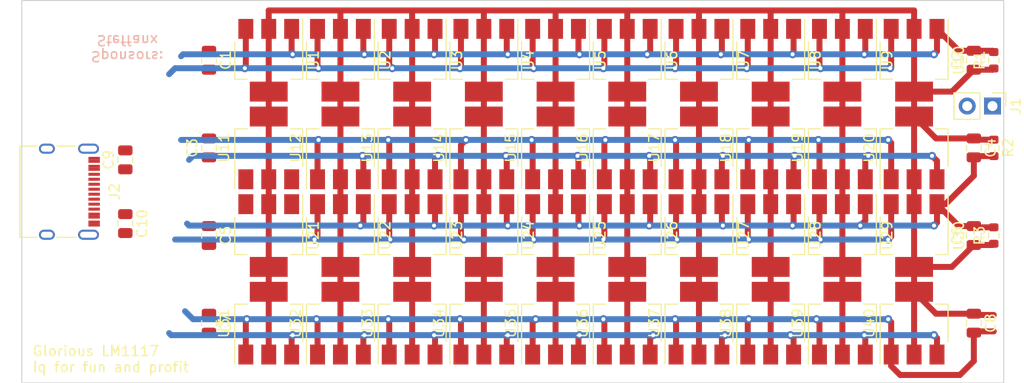
<source format=kicad_pcb>
(kicad_pcb (version 20211014) (generator pcbnew)
  (layers (0 "F.Cu" signal) (31 "B.Cu" signal) (34 "B.Paste" user) (35 "F.Paste" user) (36 "B.SilkS" user "B.Silkscreen") (37 "F.SilkS" user "F.Silkscreen") (38 "B.Mask" user) (39 "F.Mask" user) (44 "Edge.Cuts" user))
  (net 0 "")
  (net 1 "+5V")
  (net 2 "GND")
  (net 3 "+3V3")
  (net 4 "Net-(J1-Pad1)")
  (net 5 "Net-(J2-PadB5)")
  (net 11 "Net-(J2-PadA5)")
  (footprint "Package_TO_SOT_SMD:SOT-223-3_TabPin2" (layer "F.Cu") (at 171.4 97.6 -90)
    (fp_text reference "U26")
    (fp_text value "LM1117-3.3")
  )
  (footprint "Package_TO_SOT_SMD:SOT-223-3_TabPin2" (layer "F.Cu") (at 185.8 97.6 -90)
    (fp_text reference "U28")
    (fp_text value "LM1117-3.3")
  )
  (footprint "Capacitor_SMD:C_0805_2012Metric" (layer "F.Cu") (at 129.4 97.6 -90)
    (fp_text reference "C5")
    (fp_text value "22uF")
  )
  (footprint "Package_TO_SOT_SMD:SOT-223-3_TabPin2" (layer "F.Cu") (at 135.4 88.8 90)
    (fp_text reference "U11")
    (fp_text value "LM1117-3.3")
  )
  (footprint "Package_TO_SOT_SMD:SOT-223-3_TabPin2" (layer "F.Cu") (at 164.2 80 -90)
    (fp_text reference "U5")
    (fp_text value "LM1117-3.3")
  )
  (footprint "Package_TO_SOT_SMD:SOT-223-3_TabPin2" (layer "F.Cu") (at 193 88.8 90)
    (fp_text reference "U19")
    (fp_text value "LM1117-3.3")
  )
  (footprint "Package_TO_SOT_SMD:SOT-223-3_TabPin2" (layer "F.Cu") (at 178.6 106.4 90)
    (fp_text reference "U37")
    (fp_text value "LM1117-3.3")
  )
  (footprint "Package_TO_SOT_SMD:SOT-223-3_TabPin2" (layer "F.Cu") (at 164.2 97.6 -90)
    (fp_text reference "U25")
    (fp_text value "LM1117-3.3")
  )
  (footprint "Resistor_SMD:R_0603_1608Metric" (layer "F.Cu") (at 208.2 88.8 -90)
    (fp_text reference "R2")
    (fp_text value "5k1")
  )
  (footprint "Package_TO_SOT_SMD:SOT-223-3_TabPin2" (layer "F.Cu") (at 157 80 -90)
    (fp_text reference "U4")
    (fp_text value "LM1117-3.3")
  )
  (footprint "Package_TO_SOT_SMD:SOT-223-3_TabPin2" (layer "F.Cu") (at 164.2 88.8 90)
    (fp_text reference "U15")
    (fp_text value "LM1117-3.3")
  )
  (footprint "Package_TO_SOT_SMD:SOT-223-3_TabPin2" (layer "F.Cu") (at 142.6 80 -90)
    (fp_text reference "U2")
    (fp_text value "LM1117-3.3")
  )
  (footprint "Connector_USB:USB_C_Receptacle_XKB_U262-16XN-4BVC11" (layer "F.Cu") (at 114.2 93.2 -90)
    (fp_text reference "J2")
    (fp_text value "USB_C_Receptacle_USB2.0")
  )
  (footprint "Package_TO_SOT_SMD:SOT-223-3_TabPin2" (layer "F.Cu") (at 185.8 106.4 90)
    (fp_text reference "U38")
    (fp_text value "LM1117-3.3")
  )
  (footprint "Package_TO_SOT_SMD:SOT-223-3_TabPin2" (layer "F.Cu") (at 149.8 106.4 90)
    (fp_text reference "U33")
    (fp_text value "LM1117-3.3")
  )
  (footprint "Package_TO_SOT_SMD:SOT-223-3_TabPin2" (layer "F.Cu") (at 185.8 88.8 90)
    (fp_text reference "U18")
    (fp_text value "LM1117-3.3")
  )
  (footprint "Connector_PinHeader_2.54mm:PinHeader_1x02_P2.54mm_Vertical" (layer "F.Cu") (at 208.075 84.6 -90)
    (fp_text reference "J1")
    (fp_text value "Conn_01x02")
  )
  (footprint "Package_TO_SOT_SMD:SOT-223-3_TabPin2" (layer "F.Cu") (at 178.6 97.6 -90)
    (fp_text reference "U27")
    (fp_text value "LM1117-3.3")
  )
  (footprint "Package_TO_SOT_SMD:SOT-223-3_TabPin2" (layer "F.Cu") (at 149.8 88.8 90)
    (fp_text reference "U13")
    (fp_text value "LM1117-3.3")
  )
  (footprint "Package_TO_SOT_SMD:SOT-223-3_TabPin2" (layer "F.Cu") (at 200.2 88.8 90)
    (fp_text reference "U20")
    (fp_text value "LM1117-3.3")
  )
  (footprint "Package_TO_SOT_SMD:SOT-223-3_TabPin2" (layer "F.Cu") (at 171.4 88.8 90)
    (fp_text reference "U16")
    (fp_text value "LM1117-3.3")
  )
  (footprint "Package_TO_SOT_SMD:SOT-223-3_TabPin2" (layer "F.Cu") (at 149.8 97.6 -90)
    (fp_text reference "U23")
    (fp_text value "LM1117-3.3")
  )
  (footprint "Capacitor_SMD:C_0805_2012Metric" (layer "F.Cu") (at 129.4 106.4 -90)
    (fp_text reference "C7")
    (fp_text value "22uF")
  )
  (footprint "Capacitor_SMD:C_0805_2012Metric" (layer "F.Cu") (at 206.2 88.8 -90)
    (fp_text reference "C4")
    (fp_text value "10uF")
  )
  (footprint "Capacitor_SMD:C_0805_2012Metric" (layer "F.Cu") (at 129.4 80 -90)
    (fp_text reference "C1")
    (fp_text value "22uF")
  )
  (footprint "Capacitor_SMD:C_0805_2012Metric" (layer "F.Cu") (at 206.2 97.6 90)
    (fp_text reference "C6")
    (fp_text value "10uF")
  )
  (footprint "Package_TO_SOT_SMD:SOT-223-3_TabPin2" (layer "F.Cu") (at 157 106.4 90)
    (fp_text reference "U34")
    (fp_text value "LM1117-3.3")
  )
  (footprint "Package_TO_SOT_SMD:SOT-223-3_TabPin2" (layer "F.Cu") (at 200.2 106.4 90)
    (fp_text reference "U40")
    (fp_text value "LM1117-3.3")
  )
  (footprint "Capacitor_SMD:C_0805_2012Metric" (layer "F.Cu") (at 129.4 88.8 90)
    (fp_text reference "C3")
    (fp_text value "22uF")
  )
  (footprint "Capacitor_SMD:C_0805_2012Metric" (layer "F.Cu") (at 121 96.4 -90)
    (fp_text reference "C10")
    (fp_text value "22uF")
  )
  (footprint "Package_TO_SOT_SMD:SOT-223-3_TabPin2" (layer "F.Cu") (at 142.6 106.4 90)
    (fp_text reference "U32")
    (fp_text value "LM1117-3.3")
  )
  (footprint "Package_TO_SOT_SMD:SOT-223-3_TabPin2" (layer "F.Cu") (at 135.4 106.4 90)
    (fp_text reference "U31")
    (fp_text value "LM1117-3.3")
  )
  (footprint "Package_TO_SOT_SMD:SOT-223-3_TabPin2" (layer "F.Cu") (at 164.2 106.4 90)
    (fp_text reference "U35")
    (fp_text value "LM1117-3.3")
  )
  (footprint "Package_TO_SOT_SMD:SOT-223-3_TabPin2" (layer "F.Cu") (at 157 88.8 90)
    (fp_text reference "U14")
    (fp_text value "LM1117-3.3")
  )
  (footprint "Resistor_SMD:R_0603_1608Metric" (layer "F.Cu") (at 208.2 80 90)
    (fp_text reference "R1")
    (fp_text value "10k")
  )
  (footprint "Capacitor_SMD:C_0805_2012Metric" (layer "F.Cu") (at 121 90 90)
    (fp_text reference "C9")
    (fp_text value "22uF")
  )
  (footprint "Package_TO_SOT_SMD:SOT-223-3_TabPin2" (layer "F.Cu") (at 193 80 -90)
    (fp_text reference "U9")
    (fp_text value "LM1117-3.3")
  )
  (footprint "Package_TO_SOT_SMD:SOT-223-3_TabPin2" (layer "F.Cu") (at 135.4 80 -90)
    (fp_text reference "U1")
    (fp_text value "LM1117-3.3")
  )
  (footprint "Package_TO_SOT_SMD:SOT-223-3_TabPin2" (layer "F.Cu") (at 135.4 97.6 -90)
    (fp_text reference "U21")
    (fp_text value "LM1117-3.3")
  )
  (footprint "Capacitor_SMD:C_0805_2012Metric" (layer "F.Cu") (at 206.2 106.4 -90)
    (fp_text reference "C8")
    (fp_text value "10uF")
  )
  (footprint "Package_TO_SOT_SMD:SOT-223-3_TabPin2" (layer "F.Cu") (at 142.6 97.6 -90)
    (fp_text reference "U22")
    (fp_text value "LM1117-3.3")
  )
  (footprint "Capacitor_SMD:C_0805_2012Metric" (layer "F.Cu") (at 206.2 80 90)
    (fp_text reference "C2")
    (fp_text value "10uF")
  )
  (footprint "Package_TO_SOT_SMD:SOT-223-3_TabPin2" (layer "F.Cu") (at 200.2 97.6 -90)
    (fp_text reference "U30")
    (fp_text value "LM1117-3.3")
  )
  (footprint "Package_TO_SOT_SMD:SOT-223-3_TabPin2" (layer "F.Cu") (at 157 97.6 -90)
    (fp_text reference "U24")
    (fp_text value "LM1117-3.3")
  )
  (footprint "Package_TO_SOT_SMD:SOT-223-3_TabPin2" (layer "F.Cu") (at 178.6 88.8 90)
    (fp_text reference "U17")
    (fp_text value "LM1117-3.3")
  )
  (footprint "Package_TO_SOT_SMD:SOT-223-3_TabPin2" (layer "F.Cu") (at 185.8 80 -90)
    (fp_text reference "U8")
    (fp_text value "LM1117-3.3")
  )
  (footprint "Package_TO_SOT_SMD:SOT-223-3_TabPin2" (layer "F.Cu") (at 171.4 106.4 90)
    (fp_text reference "U36")
    (fp_text value "LM1117-3.3")
  )
  (footprint "Package_TO_SOT_SMD:SOT-223-3_TabPin2" (layer "F.Cu") (at 193 97.6 -90)
    (fp_text reference "U29")
    (fp_text value "LM1117-3.3")
  )
  (footprint "Resistor_SMD:R_0603_1608Metric" (layer "F.Cu") (at 208.2 97.6 90)
    (fp_text reference "R3")
    (fp_text value "5k1")
  )
  (footprint "Package_TO_SOT_SMD:SOT-223-3_TabPin2" (layer "F.Cu") (at 200.2 80 -90)
    (fp_text reference "U10")
    (fp_text value "LM1117-3.3")
  )
  (footprint "Package_TO_SOT_SMD:SOT-223-3_TabPin2" (layer "F.Cu") (at 149.8 80 -90)
    (fp_text reference "U3")
    (fp_text value "LM1117-3.3")
  )
  (footprint "Package_TO_SOT_SMD:SOT-223-3_TabPin2" (layer "F.Cu") (at 193 106.4 90)
    (fp_text reference "U39")
    (fp_text value "LM1117-3.3")
  )
  (footprint "Package_TO_SOT_SMD:SOT-223-3_TabPin2" (layer "F.Cu") (at 178.6 80 -90)
    (fp_text reference "U7")
    (fp_text value "LM1117-3.3")
  )
  (footprint "Package_TO_SOT_SMD:SOT-223-3_TabPin2" (layer "F.Cu") (at 142.6 88.8 90)
    (fp_text reference "U12")
    (fp_text value "LM1117-3.3")
  )
  (footprint "Package_TO_SOT_SMD:SOT-223-3_TabPin2" (layer "F.Cu") (at 171.4 80 -90)
    (fp_text reference "U6")
    (fp_text value "LM1117-3.3")
  )
  (gr_rect (start 110.6 74) (end 209.2 112.4) (layer "Edge.Cuts") (width 0.1) (fill none))
  (gr_text "Sponsors:\nSteffanx" (at 121.2 78.8 180) (layer "B.SilkS") (effects (font (size 1 1)) (justify mirror)))
  (gr_text "Glorious LM1117\nIq for fun and profit" (at 111.6 110) (layer "F.SilkS") (effects (font (size 1 1)) (justify left)))
  (segment (start 180.9 109.55) (end 180.9 107.9) (width 0.6) (layer "F.Cu") (net 1))
  (segment (start 154.7 97.7) (end 155 98) (width 0.6) (layer "F.Cu") (net 1))
  (segment (start 183.5 94.45) (end 183.5 97.9) (width 0.6) (layer "F.Cu") (net 1))
  (segment (start 197.9 94.45) (end 197.9 97.7) (width 0.6) (layer "F.Cu") (net 1))
  (segment (start 195.3 109.55) (end 195.3 107.7) (width 0.6) (layer "F.Cu") (net 1))
  (segment (start 188.1 107.9) (end 187.8 107.6) (width 0.6) (layer "F.Cu") (net 1))
  (segment (start 147.5 97.9) (end 147.6 98) (width 0.6) (layer "F.Cu") (net 1))
  (segment (start 190.7 97.9) (end 190.8 98) (width 0.6) (layer "F.Cu") (net 1))
  (segment (start 188.1 91.95) (end 188.1 89.7) (width 0.6) (layer "F.Cu") (net 1))
  (segment (start 180.9 91.95) (end 180.9 89.7) (width 0.6) (layer "F.Cu") (net 1))
  (segment (start 140.3 80.7) (end 140.4 80.8) (width 0.6) (layer "F.Cu") (net 1))
  (segment (start 190.7 76.85) (end 190.7 80.7) (width 0.6) (layer "F.Cu") (net 1))
  (segment (start 147.5 94.45) (end 147.5 97.9) (width 0.6) (layer "F.Cu") (net 1))
  (segment (start 202.5 109.55) (end 202.5 107.9) (width 0.6) (layer "F.Cu") (net 1))
  (segment (start 183.5 76.85) (end 183.5 80.7) (width 0.6) (layer "F.Cu") (net 1))
  (segment (start 133.1 80.7) (end 133 80.8) (width 0.6) (layer "F.Cu") (net 1))
  (segment (start 154.7 76.85) (end 154.7 80.7) (width 0.6) (layer "F.Cu") (net 1))
  (segment (start 147.5 80.5) (end 147.8 80.8) (width 0.6) (layer "F.Cu") (net 1))
  (segment (start 159.3 89.7) (end 159.2 89.6) (width 0.6) (layer "F.Cu") (net 1))
  (segment (start 195.3 91.95) (end 195.3 89.9) (width 0.6) (layer "F.Cu") (net 1))
  (segment (start 159.3 107.7) (end 159.4 107.6) (width 0.6) (layer "F.Cu") (net 1))
  (segment (start 147.5 76.85) (end 147.5 80.5) (width 0.6) (layer "F.Cu") (net 1))
  (segment (start 180.9 89.7) (end 181 89.6) (width 0.6) (layer "F.Cu") (net 1))
  (segment (start 197.9 97.7) (end 197.6 98) (width 0.6) (layer "F.Cu") (net 1))
  (segment (start 140.3 97.7) (end 140 98) (width 0.6) (layer "F.Cu") (net 1))
  (segment (start 144.9 107.7) (end 145 107.6) (width 0.6) (layer "F.Cu") (net 1))
  (segment (start 202.5 91.95) (end 202.5 90.1) (width 0.6) (layer "F.Cu") (net 1))
  (segment (start 173.7 91.95) (end 173.7 89.7) (width 0.6) (layer "F.Cu") (net 1))
  (segment (start 176.3 97.9) (end 176.4 98) (width 0.6) (layer "F.Cu") (net 1))
  (segment (start 180.9 107.9) (end 181.2 107.6) (width 0.6) (layer "F.Cu") (net 1))
  (segment (start 190.7 94.45) (end 190.7 97.9) (width 0.6) (layer "F.Cu") (net 1))
  (segment (start 140.3 76.85) (end 140.3 80.7) (width 0.6) (layer "F.Cu") (net 1))
  (segment (start 197.9 76.85) (end 197.9 80.7) (width 0.6) (layer "F.Cu") (net 1))
  (segment (start 176.3 94.45) (end 176.3 97.9) (width 0.6) (layer "F.Cu") (net 1))
  (segment (start 183.5 97.9) (end 183.6 98) (width 0.6) (layer "F.Cu") (net 1))
  (segment (start 161.9 80.7) (end 162 80.8) (width 0.6) (layer "F.Cu") (net 1))
  (segment (start 190.7 80.7) (end 190.8 80.8) (width 0.6) (layer "F.Cu") (net 1))
  (segment (start 173.7 89.7) (end 173.6 89.6) (width 0.6) (layer "F.Cu") (net 1))
  (segment (start 183.5 80.7) (end 183.4 80.8) (width 0.6) (layer "F.Cu") (net 1))
  (segment (start 197.9 80.7) (end 197.8 80.8) (width 0.6) (layer "F.Cu") (net 1))
  (segment (start 144.9 89.7) (end 144.8 89.6) (width 0.6) (layer "F.Cu") (net 1))
  (segment (start 152.1 107.7) (end 152 107.6) (width 0.6) (layer "F.Cu") (net 1))
  (segment (start 166.5 107.7) (end 166.6 107.6) (width 0.6) (layer "F.Cu") (net 1))
  (segment (start 166.5 89.7) (end 166.4 89.6) (width 0.6) (layer "F.Cu") (net 1))
  (segment (start 166.5 109.55) (end 166.5 107.7) (width 0.6) (layer "F.Cu") (net 1))
  (segment (start 152.1 91.95) (end 152.1 89.9) (width 0.6) (layer "F.Cu") (net 1))
  (segment (start 195.3 107.7) (end 195.2 107.6) (width 0.6) (layer "F.Cu") (net 1))
  (segment (start 195.3 89.9) (end 195.6 89.6) (width 0.6) (layer "F.Cu") (net 1))
  (segment (start 202.5 90.1) (end 202 89.6) (width 0.6) (layer "F.Cu") (net 1))
  (segment (start 137.7 107.7) (end 137.8 107.6) (width 0.6) (layer "F.Cu") (net 1))
  (segment (start 188.1 109.55) (end 188.1 107.9) (width 0.6) (layer "F.Cu") (net 1))
  (segment (start 161.9 94.45) (end 161.9 97.9) (width 0.6) (layer "F.Cu") (net 1))
  (segment (start 159.3 91.95) (end 159.3 89.7) (width 0.6) (layer "F.Cu") (net 1))
  (segment (start 166.5 91.95) (end 166.5 89.7) (width 0.6) (layer "F.Cu") (net 1))
  (segment (start 173.7 107.9) (end 174 107.6) (width 0.6) (layer "F.Cu") (net 1))
  (segment (start 133.1 76.85) (end 133.1 80.7) (width 0.6) (layer "F.Cu") (net 1))
  (segment (start 144.9 109.55) (end 144.9 107.7) (width 0.6) (layer "F.Cu") (net 1))
  (segment (start 154.7 94.45) (end 154.7 97.7) (width 0.6) (layer "F.Cu") (net 1))
  (segment (start 140.3 94.45) (end 140.3 97.7) (width 0.6) (layer "F.Cu") (net 1))
  (segment (start 161.9 76.85) (end 161.9 80.7) (width 0.6) (layer "F.Cu") (net 1))
  (segment (start 173.7 109.55) (end 173.7 107.9) (width 0.6) (layer "F.Cu") (net 1))
  (segment (start 169.1 97.9) (end 169 98) (width 0.6) (layer "F.Cu") (net 1))
  (segment (start 202.5 107.9) (end 202.2 107.6) (width 0.6) (layer "F.Cu") (net 1))
  (segment (start 188.1 89.7) (end 188.2 89.6) (width 0.6) (layer "F.Cu") (net 1))
  (segment (start 137.7 109.55) (end 137.7 107.7) (width 0.6) (layer "F.Cu") (net 1))
  (segment (start 152.1 109.55) (end 152.1 107.7) (width 0.6) (layer "F.Cu") (net 1))
  (segment (start 169.1 94.45) (end 169.1 97.9) (width 0.6) (layer "F.Cu") (net 1))
  (segment (start 154.7 80.7) (end 154.6 80.8) (width 0.6) (layer "F.Cu") (net 1))
  (segment (start 159.3 109.55) (end 159.3 107.7) (width 0.6) (layer "F.Cu") (net 1))
  (segment (start 161.9 97.9) (end 162 98) (width 0.6) (layer "F.Cu") (net 1))
  (segment (start 169.1 80.7) (end 169 80.8) (width 0.6) (layer "F.Cu") (net 1))
  (segment (start 152.1 89.9) (end 152.4 89.6) (width 0.6) (layer "F.Cu") (net 1))
  (segment (start 176.3 80.7) (end 176.2 80.8) (width 0.6) (layer "F.Cu") (net 1))
  (segment (start 169.1 76.85) (end 169.1 80.7) (width 0.6) (layer "F.Cu") (net 1))
  (segment (start 176.3 76.85) (end 176.3 80.7) (width 0.6) (layer "F.Cu") (net 1))
  (segment (start 144.9 91.95) (end 144.9 89.7) (width 0.6) (layer "F.Cu") (net 1))
  (via (at 147.8 80.8) (size 0.8) (drill 0.4) (layers "F.Cu" "B.Cu") (net 1))
  (via (at 188.2 89.6) (size 0.8) (drill 0.4) (layers "F.Cu" "B.Cu") (net 1))
  (via (at 174 107.6) (size 0.8) (drill 0.4) (layers "F.Cu" "B.Cu") (net 1))
  (via (at 190.8 80.8) (size 0.8) (drill 0.4) (layers "F.Cu" "B.Cu") (net 1))
  (via (at 195.2 107.6) (size 0.8) (drill 0.4) (layers "F.Cu" "B.Cu") (net 1))
  (via (at 181 89.6) (size 0.8) (drill 0.4) (layers "F.Cu" "B.Cu") (net 1))
  (via (at 187.8 107.6) (size 0.8) (drill 0.4) (layers "F.Cu" "B.Cu") (net 1))
  (via (at 197.6 98) (size 0.8) (drill 0.4) (layers "F.Cu" "B.Cu") (net 1))
  (via (at 162 98) (size 0.8) (drill 0.4) (layers "F.Cu" "B.Cu") (net 1))
  (via (at 145 107.6) (size 0.8) (drill 0.4) (layers "F.Cu" "B.Cu") (net 1))
  (via (at 140 98) (size 0.8) (drill 0.4) (layers "F.Cu" "B.Cu") (net 1))
  (via (at 154.6 80.8) (size 0.8) (drill 0.4) (layers "F.Cu" "B.Cu") (net 1))
  (via (at 202 89.6) (size 0.8) (drill 0.4) (layers "F.Cu" "B.Cu") (net 1))
  (via (at 152 107.6) (size 0.8) (drill 0.4) (layers "F.Cu" "B.Cu") (net 1))
  (via (at 173.6 89.6) (size 0.8) (drill 0.4) (layers "F.Cu" "B.Cu") (net 1))
  (via (at 195.6 89.6) (size 0.8) (drill 0.4) (layers "F.Cu" "B.Cu") (net 1))
  (via (at 159.4 107.6) (size 0.8) (drill 0.4) (layers "F.Cu" "B.Cu") (net 1))
  (via (at 147.6 98) (size 0.8) (drill 0.4) (layers "F.Cu" "B.Cu") (net 1))
  (via (at 176.2 80.8) (size 0.8) (drill 0.4) (layers "F.Cu" "B.Cu") (net 1))
  (via (at 169 98) (size 0.8) (drill 0.4) (layers "F.Cu" "B.Cu") (net 1))
  (via (at 169 80.8) (size 0.8) (drill 0.4) (layers "F.Cu" "B.Cu") (net 1))
  (via (at 166.6 107.6) (size 0.8) (drill 0.4) (layers "F.Cu" "B.Cu") (net 1))
  (via (at 159.2 89.6) (size 0.8) (drill 0.4) (layers "F.Cu" "B.Cu") (net 1))
  (via (at 162 80.8) (size 0.8) (drill 0.4) (layers "F.Cu" "B.Cu") (net 1))
  (via (at 176.4 98) (size 0.8) (drill 0.4) (layers "F.Cu" "B.Cu") (net 1))
  (via (at 190.8 98) (size 0.8) (drill 0.4) (layers "F.Cu" "B.Cu") (net 1))
  (via (at 197.8 80.8) (size 0.8) (drill 0.4) (layers "F.Cu" "B.Cu") (net 1))
  (via (at 155 98) (size 0.8) (drill 0.4) (layers "F.Cu" "B.Cu") (net 1))
  (via (at 144.8 89.6) (size 0.8) (drill 0.4) (layers "F.Cu" "B.Cu") (net 1))
  (via (at 166.4 89.6) (size 0.8) (drill 0.4) (layers "F.Cu" "B.Cu") (net 1))
  (via (at 140.4 80.8) (size 0.8) (drill 0.4) (layers "F.Cu" "B.Cu") (net 1))
  (via (at 152.4 89.6) (size 0.8) (drill 0.4) (layers "F.Cu" "B.Cu") (net 1))
  (via (at 181.2 107.6) (size 0.8) (drill 0.4) (layers "F.Cu" "B.Cu") (net 1))
  (via (at 183.6 98) (size 0.8) (drill 0.4) (layers "F.Cu" "B.Cu") (net 1))
  (via (at 202.2 107.6) (size 0.8) (drill 0.4) (layers "F.Cu" "B.Cu") (net 1))
  (via (at 183.4 80.8) (size 0.8) (drill 0.4) (layers "F.Cu" "B.Cu") (net 1))
  (via (at 133 80.8) (size 0.8) (drill 0.4) (layers "F.Cu" "B.Cu") (net 1))
  (via (at 137.8 107.6) (size 0.8) (drill 0.4) (layers "F.Cu" "B.Cu") (net 1))
  (segment (start 197.8 80.8) (end 190.8 80.8) (width 0.6) (layer "B.Cu") (net 1))
  (segment (start 144.8 89.6) (end 127.8 89.6) (width 0.6) (layer "B.Cu") (net 1))
  (segment (start 176.2 80.8) (end 169 80.8) (width 0.6) (layer "B.Cu") (net 1))
  (segment (start 183.4 80.8) (end 176.2 80.8) (width 0.6) (layer "B.Cu") (net 1))
  (segment (start 154.6 80.8) (end 147.8 80.8) (width 0.6) (layer "B.Cu") (net 1))
  (segment (start 166.6 107.6) (end 159.4 107.6) (width 0.6) (layer "B.Cu") (net 1))
  (segment (start 173.6 89.6) (end 166.4 89.6) (width 0.6) (layer "B.Cu") (net 1))
  (segment (start 127.8 89.6) (end 127.4 90) (width 0.6) (layer "B.Cu") (net 1))
  (segment (start 152 107.6) (end 145 107.6) (width 0.6) (layer "B.Cu") (net 1))
  (segment (start 183.6 98) (end 176.4 98) (width 0.6) (layer "B.Cu") (net 1))
  (segment (start 176.4 98) (end 169 98) (width 0.6) (layer "B.Cu") (net 1))
  (segment (start 137.8 107.6) (end 125.6 107.6) (width 0.6) (layer "B.Cu") (net 1))
  (segment (start 162 80.8) (end 154.6 80.8) (width 0.6) (layer "B.Cu") (net 1))
  (segment (start 147.8 80.8) (end 140.4 80.8) (width 0.6) (layer "B.Cu") (net 1))
  (segment (start 140 98) (end 126 98) (width 0.6) (layer "B.Cu") (net 1))
  (segment (start 190.8 80.8) (end 183.4 80.8) (width 0.6) (layer "B.Cu") (net 1))
  (segment (start 125.6 107.6) (end 125.4 107.4) (width 0.6) (layer "B.Cu") (net 1))
  (segment (start 169 80.8) (end 162 80.8) (width 0.6) (layer "B.Cu") (net 1))
  (segment (start 162 98) (end 155 98) (width 0.6) (layer "B.Cu") (net 1))
  (segment (start 202 89.6) (end 195.6 89.6) (width 0.6) (layer "B.Cu") (net 1))
  (segment (start 195.6 89.6) (end 188.2 89.6) (width 0.6) (layer "B.Cu") (net 1))
  (segment (start 187.8 107.6) (end 181.2 107.6) (width 0.6) (layer "B.Cu") (net 1))
  (segment (start 147.6 98) (end 140 98) (width 0.6) (layer "B.Cu") (net 1))
  (segment (start 133 80.8) (end 126 80.8) (width 0.6) (layer "B.Cu") (net 1))
  (segment (start 140.4 80.8) (end 133 80.8) (width 0.6) (layer "B.Cu") (net 1))
  (segment (start 152.4 89.6) (end 144.8 89.6) (width 0.6) (layer "B.Cu") (net 1))
  (segment (start 159.4 107.6) (end 152 107.6) (width 0.6) (layer "B.Cu") (net 1))
  (segment (start 202.2 107.6) (end 195.2 107.6) (width 0.6) (layer "B.Cu") (net 1))
  (segment (start 155 98) (end 147.6 98) (width 0.6) (layer "B.Cu") (net 1))
  (segment (start 188.2 89.6) (end 181 89.6) (width 0.6) (layer "B.Cu") (net 1))
  (segment (start 145 107.6) (end 137.8 107.6) (width 0.6) (layer "B.Cu") (net 1))
  (segment (start 197.6 98) (end 190.8 98) (width 0.6) (layer "B.Cu") (net 1))
  (segment (start 190.8 98) (end 183.6 98) (width 0.6) (layer "B.Cu") (net 1))
  (segment (start 169 98) (end 162 98) (width 0.6) (layer "B.Cu") (net 1))
  (segment (start 181.2 107.6) (end 174 107.6) (width 0.6) (layer "B.Cu") (net 1))
  (segment (start 195.2 107.6) (end 187.8 107.6) (width 0.6) (layer "B.Cu") (net 1))
  (segment (start 166.4 89.6) (end 159.2 89.6) (width 0.6) (layer "B.Cu") (net 1))
  (segment (start 126 80.8) (end 125.4 81.4) (width 0.6) (layer "B.Cu") (net 1))
  (segment (start 181 89.6) (end 173.6 89.6) (width 0.6) (layer "B.Cu") (net 1))
  (segment (start 159.2 89.6) (end 152.4 89.6) (width 0.6) (layer "B.Cu") (net 1))
  (segment (start 174 107.6) (end 166.6 107.6) (width 0.6) (layer "B.Cu") (net 1))
  (segment (start 140.3 106.1) (end 140.2 106) (width 0.6) (layer "F.Cu") (net 2))
  (segment (start 161.9 109.55) (end 161.9 106.3) (width 0.6) (layer "F.Cu") (net 2))
  (segment (start 133.1 106.1) (end 133.2 106) (width 0.6) (layer "F.Cu") (net 2))
  (segment (start 180.9 94.45) (end 180.9 96.5) (width 0.6) (layer "F.Cu") (net 2))
  (segment (start 204.7 96.65) (end 202.5 94.45) (width 0.6) (layer "F.Cu") (net 2))
  (segment (start 152.1 76.85) (end 152.1 79.3) (width 0.6) (layer "F.Cu") (net 2))
  (segment (start 176.3 88.1) (end 176.2 88) (width 0.6) (layer "F.Cu") (net 2))
  (segment (start 169.1 88.1) (end 169.2 88) (width 0.6) (layer "F.Cu") (net 2))
  (segment (start 144.9 76.85) (end 144.9 79.3) (width 0.6) (layer "F.Cu") (net 2))
  (segment (start 161.9 106.3) (end 162.2 106) (width 0.6) (layer "F.Cu") (net 2))
  (segment (start 195.3 79.3) (end 195.2 79.4) (width 0.6) (layer "F.Cu") (net 2))
  (segment (start 176.3 109.55) (end 176.3 106.1) (width 0.6) (layer "F.Cu") (net 2))
  (segment (start 188.1 76.85) (end 188.1 79.3) (width 0.6) (layer "F.Cu") (net 2))
  (segment (start 197.9 109.55) (end 197.9 106.3) (width 0.6) (layer "F.Cu") (net 2))
  (segment (start 197.9 91.95) (end 197.9 88.3) (width 0.6) (layer "F.Cu") (net 2))
  (segment (start 195.3 76.85) (end 195.3 79.3) (width 0.6) (layer "F.Cu") (net 2))
  (segment (start 202.5 79.1) (end 202.2 79.4) (width 0.6) (layer "F.Cu") (net 2))
  (segment (start 169.1 106.1) (end 169 106) (width 0.6) (layer "F.Cu") (net 2))
  (segment (start 206.325 107.225) (end 206.2 107.35) (width 0.6) (layer "F.Cu") (net 2))
  (segment (start 190.7 109.55) (end 190.7 106.3) (width 0.6) (layer "F.Cu") (net 2))
  (segment (start 159.3 94.45) (end 159.3 96.5) (width 0.6) (layer "F.Cu") (net 2))
  (segment (start 208.2 96.775) (end 206.325 96.775) (width 0.6) (layer "F.Cu") (net 2))
  (segment (start 206.2 107.35) (end 206.2 110.2) (width 0.6) (layer "F.Cu") (net 2))
  (segment (start 147.5 106.1) (end 147.4 106) (width 0.6) (layer "F.Cu") (net 2))
  (segment (start 183.5 109.55) (end 183.5 106.1) (width 0.6) (layer "F.Cu") (net 2))
  (segment (start 206.325 96.775) (end 206.2 96.65) (width 0.6) (layer "F.Cu") (net 2))
  (segment (start 202.5 96.3) (end 202.2 96.6) (width 0.6) (layer "F.Cu") (net 2))
  (segment (start 166.5 94.45) (end 166.5 96.5) (width 0.6) (layer "F.Cu") (net 2))
  (segment (start 206.2 79.05) (end 208.075 79.05) (width 0.6) (layer "F.Cu") (net 2))
  (segment (start 190.7 91.95) (end 190.7 88.1) (width 0.6) (layer "F.Cu") (net 2))
  (segment (start 154.7 88.5) (end 155.2 88) (width 0.6) (layer "F.Cu") (net 2))
  (segment (start 144.9 79.3) (end 145 79.4) (width 0.6) (layer "F.Cu") (net 2))
  (segment (start 206.2 89.75) (end 206.2 91.6) (width 0.6) (layer "F.Cu") (net 2))
  (segment (start 203.35 94.45) (end 202.5 94.45) (width 0.6) (layer "F.Cu") (net 2))
  (segment (start 152.1 79.3) (end 152 79.4) (width 0.6) (layer "F.Cu") (net 2))
  (segment (start 161.9 91.95) (end 161.9 88.1) (width 0.6) (layer "F.Cu") (net 2))
  (segment (start 144.9 94.45) (end 144.9 96.3) (width 0.6) (layer "F.Cu") (net 2))
  (segment (start 183.5 88.1) (end 183.6 88) (width 0.6) (layer "F.Cu") (net 2))
  (segment (start 173.7 94.45) (end 173.7 96.5) (width 0.6) (layer "F.Cu") (net 2))
  (segment (start 173.7 76.85) (end 173.7 79.1) (width 0.6) (layer "F.Cu") (net 2))
  (segment (start 208.2 89.625) (end 206.325 89.625) (width 0.6) (layer "F.Cu") (net 2))
  (segment (start 197.9 110.7) (end 197.9 109.55) (width 0.6) (layer "F.Cu") (net 2))
  (segment (start 204.7 79.05) (end 202.5 76.85) (width 0.6) (layer "F.Cu") (net 2))
  (segment (start 197.9 106.3) (end 197.6 106) (width 0.6) (layer "F.Cu") (net 2))
  (segment (start 159.3 79.3) (end 159.4 79.4) (width 0.6) (layer "F.Cu") (net 2))
  (segment (start 166.5 76.85) (end 166.5 79.3) (width 0.6) (layer "F.Cu") (net 2))
  (segment (start 169.1 109.55) (end 169.1 106.1) (width 0.6) (layer "F.Cu") (net 2))
  (segment (start 206.2 110.2) (end 204.8 111.6) (width 0.6) (layer "F.Cu") (net 2))
  (segment (start 180.9 96.5) (end 181 96.6) (width 0.6) (layer "F.Cu") (net 2))
  (segment (start 206.2 91.6) (end 203.35 94.45) (width 0.6) (layer "F.Cu") (net 2))
  (segment (start 152.1 94.45) (end 152.1 96.5) (width 0.6) (layer "F.Cu") (net 2))
  (segment (start 195.3 94.45) (end 195.3 96.1) (width 0.6) (layer "F.Cu") (net 2))
  (segment (start 169.1 91.95) (end 169.1 88.1) (width 0.6) (layer "F.Cu") (net 2))
  (segment (start 173.7 96.5) (end 173.6 96.6) (width 0.6) (layer "F.Cu") (net 2))
  (segment (start 140.3 109.55) (end 140.3 106.1) (width 0.6) (layer "F.Cu") (net 2))
  (segment (start 208.2 107.225) (end 206.325 107.225) (width 0.6) (layer "F.Cu") (net 2))
  (segment (start 176.3 106.1) (end 176.2 106) (width 0.6) (layer "F.Cu") (net 2))
  (segment (start 173.7 79.1) (end 173.4 79.4) (width 0.6) (layer "F.Cu") (net 2))
  (segment (start 140.3 91.95) (end 140.3 88.1) (width 0.6) (layer "F.Cu") (net 2))
  (segment (start 188.1 79.3) (end 188 79.4) (width 0.6) (layer "F.Cu") (net 2))
  (segment (start 183.5 91.95) (end 183.5 88.1) (width 0.6) (layer "F.Cu") (net 2))
  (segment (start 202.5 94.45) (end 202.5 96.3) (width 0.6) (layer "F.Cu") (net 2))
  (segment (start 206.2 96.65) (end 204.7 96.65) (width 0.6) (layer "F.Cu") (net 2))
  (segment (start 188.1 94.45) (end 188.1 96.5) (width 0.6) (layer "F.Cu") (net 2))
  (segment (start 208.075 79.05) (end 208.2 79.175) (width 0.6) (layer "F.Cu") (net 2))
  (segment (start 195.3 96.1) (end 194.8 96.6) (width 0.6) (layer "F.Cu") (net 2))
  (segment (start 180.9 76.85) (end 180.9 79.3) (width 0.6) (layer "F.Cu") (net 2))
  (segment (start 154.7 106.1) (end 154.6 106) (width 0.6) (layer "F.Cu") (net 2))
  (segment (start 147.5 91.95) (end 147.5 88.1) (width 0.6) (layer "F.Cu") (net 2))
  (segment (start 154.7 91.95) (end 154.7 88.5) (width 0.6) (layer "F.Cu") (net 2))
  (segment (start 159.3 76.85) (end 159.3 79.3) (width 0.6) (layer "F.Cu") (net 2))
  (segment (start 159.3 96.5) (end 159.4 96.6) (width 0.6) (layer "F.Cu") (net 2))
  (segment (start 176.3 91.95) (end 176.3 88.1) (width 0.6) (layer "F.Cu") (net 2))
  (segment (start 154.7 109.55) (end 154.7 106.1) (width 0.6) (layer "F.Cu") (net 2))
  (segment (start 137.7 76.85) (end 137.7 79.3) (width 0.6) (layer "F.Cu") (net 2))
  (segment (start 188.1 96.5) (end 188 96.6) (width 0.6) (layer "F.Cu") (net 2))
  (segment (start 137.7 79.3) (end 137.8 79.4) (width 0.6) (layer "F.Cu") (net 2))
  (segment (start 202.5 76.85) (end 202.5 79.1) (width 0.6) (layer "F.Cu") (net 2))
  (segment (start 180.9 79.3) (end 180.8 79.4) (width 0.6) (layer "F.Cu") (net 2))
  (segment (start 204.8 111.6) (end 198.8 111.6) (width 0.6) (layer "F.Cu") (net 2))
  (segment (start 140.3 88.1) (end 140.4 88) (width 0.6) (layer "F.Cu") (net 2))
  (segment (start 144.9 96.3) (end 144.6 96.6) (width 0.6) (layer "F.Cu") (net 2))
  (segment (start 197.9 88.3) (end 197.6 88) (width 0.6) (layer "F.Cu") (net 2))
  (segment (start 166.5 96.5) (end 166.6 96.6) (width 0.6) (layer "F.Cu") (net 2))
  (segment (start 133.1 109.55) (end 133.1 106.1) (width 0.6) (layer "F.Cu") (net 2))
  (segment (start 161.9 88.1) (end 161.8 88) (width 0.6) (layer "F.Cu") (net 2))
  (segment (start 198.8 111.6) (end 197.9 110.7) (width 0.6) (layer "F.Cu") (net 2))
  (segment (start 166.5 79.3) (end 166.6 79.4) (width 0.6) (layer "F.Cu") (net 2))
  (segment (start 206.325 89.625) (end 206.2 89.75) (width 0.6) (layer "F.Cu") (net 2))
  (segment (start 206.2 79.05) (end 204.7 79.05) (width 0.6) (layer "F.Cu") (net 2))
  (segment (start 183.5 106.1) (end 183.6 106) (width 0.6) (layer "F.Cu") (net 2))
  (segment (start 147.5 88.1) (end 147.4 88) (width 0.6) (layer "F.Cu") (net 2))
  (segment (start 190.7 88.1) (end 190.6 88) (width 0.6) (layer "F.Cu") (net 2))
  (segment (start 190.7 106.3) (end 190.4 106) (width 0.6) (layer "F.Cu") (net 2))
  (segment (start 152.1 96.5) (end 152 96.6) (width 0.6) (layer "F.Cu") (net 2))
  (segment (start 147.5 109.55) (end 147.5 106.1) (width 0.6) (layer "F.Cu") (net 2))
  (via (at 173.6 96.6) (size 0.8) (drill 0.4) (layers "F.Cu" "B.Cu") (net 2))
  (via (at 152 79.4) (size 0.8) (drill 0.4) (layers "F.Cu" "B.Cu") (net 2))
  (via (at 197.6 106) (size 0.8) (drill 0.4) (layers "F.Cu" "B.Cu") (net 2))
  (via (at 145 79.4) (size 0.8) (drill 0.4) (layers "F.Cu" "B.Cu") (net 2))
  (via (at 166.6 79.4) (size 0.8) (drill 0.4) (layers "F.Cu" "B.Cu") (net 2))
  (via (at 162.2 106) (size 0.8) (drill 0.4) (layers "F.Cu" "B.Cu") (net 2))
  (via (at 202.2 79.4) (size 0.8) (drill 0.4) (layers "F.Cu" "B.Cu") (net 2))
  (via (at 183.6 88) (size 0.8) (drill 0.4) (layers "F.Cu" "B.Cu") (net 2))
  (via (at 159.4 79.4) (size 0.8) (drill 0.4) (layers "F.Cu" "B.Cu") (net 2))
  (via (at 169.2 88) (size 0.8) (drill 0.4) (layers "F.Cu" "B.Cu") (net 2))
  (via (at 195.2 79.4) (size 0.8) (drill 0.4) (layers "F.Cu" "B.Cu") (net 2))
  (via (at 154.6 106) (size 0.8) (drill 0.4) (layers "F.Cu" "B.Cu") (net 2))
  (via (at 161.8 88) (size 0.8) (drill 0.4) (layers "F.Cu" "B.Cu") (net 2))
  (via (at 181 96.6) (size 0.8) (drill 0.4) (layers "F.Cu" "B.Cu") (net 2))
  (via (at 140.2 106) (size 0.8) (drill 0.4) (layers "F.Cu" "B.Cu") (net 2))
  (via (at 144.6 96.6) (size 0.8) (drill 0.4) (layers "F.Cu" "B.Cu") (net 2))
  (via (at 173.4 79.4) (size 0.8) (drill 0.4) (layers "F.Cu" "B.Cu") (net 2))
  (via (at 133.2 106) (size 0.8) (drill 0.4) (layers "F.Cu" "B.Cu") (net 2))
  (via (at 169 106) (size 0.8) (drill 0.4) (layers "F.Cu" "B.Cu") (net 2))
  (via (at 180.8 79.4) (size 0.8) (drill 0.4) (layers "F.Cu" "B.Cu") (net 2))
  (via (at 137.8 79.4) (size 0.8) (drill 0.4) (layers "F.Cu" "B.Cu") (net 2))
  (via (at 152 96.6) (size 0.8) (drill 0.4) (layers "F.Cu" "B.Cu") (net 2))
  (via (at 166.6 96.6) (size 0.8) (drill 0.4) (layers "F.Cu" "B.Cu") (net 2))
  (via (at 147.4 106) (size 0.8) (drill 0.4) (layers "F.Cu" "B.Cu") (net 2))
  (via (at 183.6 106) (size 0.8) (drill 0.4) (layers "F.Cu" "B.Cu") (net 2))
  (via (at 190.6 88) (size 0.8) (drill 0.4) (layers "F.Cu" "B.Cu") (net 2))
  (via (at 202.2 96.6) (size 0.8) (drill 0.4) (layers "F.Cu" "B.Cu") (net 2))
  (via (at 176.2 106) (size 0.8) (drill 0.4) (layers "F.Cu" "B.Cu") (net 2))
  (via (at 155.2 88) (size 0.8) (drill 0.4) (layers "F.Cu" "B.Cu") (net 2))
  (via (at 188 96.6) (size 0.8) (drill 0.4) (layers "F.Cu" "B.Cu") (net 2))
  (via (at 159.4 96.6) (size 0.8) (drill 0.4) (layers "F.Cu" "B.Cu") (net 2))
  (via (at 194.8 96.6) (size 0.8) (drill 0.4) (layers "F.Cu" "B.Cu") (net 2))
  (via (at 188 79.4) (size 0.8) (drill 0.4) (layers "F.Cu" "B.Cu") (net 2))
  (via (at 140.4 88) (size 0.8) (drill 0.4) (layers "F.Cu" "B.Cu") (net 2))
  (via (at 197.6 88) (size 0.8) (drill 0.4) (layers "F.Cu" "B.Cu") (net 2))
  (via (at 147.4 88) (size 0.8) (drill 0.4) (layers "F.Cu" "B.Cu") (net 2))
  (via (at 176.2 88) (size 0.8) (drill 0.4) (layers "F.Cu" "B.Cu") (net 2))
  (via (at 190.4 106) (size 0.8) (drill 0.4) (layers "F.Cu" "B.Cu") (net 2))
  (segment (start 155.2 88) (end 147.4 88) (width 0.6) (layer "B.Cu") (net 2))
  (segment (start 190.4 106) (end 183.6 106) (width 0.6) (layer "B.Cu") (net 2))
  (segment (start 183.6 88) (end 176.2 88) (width 0.6) (layer "B.Cu") (net 2))
  (segment (start 137.8 79.4) (end 126.8 79.4) (width 0.6) (layer "B.Cu") (net 2))
  (segment (start 188 96.6) (end 181 96.6) (width 0.6) (layer "B.Cu") (net 2))
  (segment (start 181 96.6) (end 173.6 96.6) (width 0.6) (layer "B.Cu") (net 2))
  (segment (start 127.4 96.6) (end 127.2 96.4) (width 0.6) (layer "B.Cu") (net 2))
  (segment (start 154.6 106) (end 147.4 106) (width 0.6) (layer "B.Cu") (net 2))
  (segment (start 161.8 88) (end 155.2 88) (width 0.6) (layer "B.Cu") (net 2))
  (segment (start 202.2 79.4) (end 195.2 79.4) (width 0.6) (layer "B.Cu") (net 2))
  (segment (start 195.2 79.4) (end 188 79.4) (width 0.6) (layer "B.Cu") (net 2))
  (segment (start 166.6 96.6) (end 159.4 96.6) (width 0.6) (layer "B.Cu") (net 2))
  (segment (start 173.4 79.4) (end 166.6 79.4) (width 0.6) (layer "B.Cu") (net 2))
  (segment (start 162.2 106) (end 154.6 106) (width 0.6) (layer "B.Cu") (net 2))
  (segment (start 194.8 96.6) (end 188 96.6) (width 0.6) (layer "B.Cu") (net 2))
  (segment (start 166.6 79.4) (end 159.4 79.4) (width 0.6) (layer "B.Cu") (net 2))
  (segment (start 133.2 106) (end 127.8 106) (width 0.6) (layer "B.Cu") (net 2))
  (segment (start 190.6 88) (end 183.6 88) (width 0.6) (layer "B.Cu") (net 2))
  (segment (start 144.6 96.6) (end 127.4 96.6) (width 0.6) (layer "B.Cu") (net 2))
  (segment (start 197.6 106) (end 190.4 106) (width 0.6) (layer "B.Cu") (net 2))
  (segment (start 147.4 88) (end 140.4 88) (width 0.6) (layer "B.Cu") (net 2))
  (segment (start 127.8 106) (end 127 105.2) (width 0.6) (layer "B.Cu") (net 2))
  (segment (start 147.4 106) (end 140.2 106) (width 0.6) (layer "B.Cu") (net 2))
  (segment (start 152 79.4) (end 145 79.4) (width 0.6) (layer "B.Cu") (net 2))
  (segment (start 140.4 88) (end 126.6 88) (width 0.6) (layer "B.Cu") (net 2))
  (segment (start 180.8 79.4) (end 173.4 79.4) (width 0.6) (layer "B.Cu") (net 2))
  (segment (start 183.6 106) (end 176.2 106) (width 0.6) (layer "B.Cu") (net 2))
  (segment (start 188 79.4) (end 180.8 79.4) (width 0.6) (layer "B.Cu") (net 2))
  (segment (start 176.2 106) (end 169 106) (width 0.6) (layer "B.Cu") (net 2))
  (segment (start 169.2 88) (end 161.8 88) (width 0.6) (layer "B.Cu") (net 2))
  (segment (start 202.2 96.6) (end 194.8 96.6) (width 0.6) (layer "B.Cu") (net 2))
  (segment (start 145 79.4) (end 137.8 79.4) (width 0.6) (layer "B.Cu") (net 2))
  (segment (start 126.8 79.4) (end 126.6 79.6) (width 0.6) (layer "B.Cu") (net 2))
  (segment (start 159.4 79.4) (end 152 79.4) (width 0.6) (layer "B.Cu") (net 2))
  (segment (start 140.2 106) (end 133.2 106) (width 0.6) (layer "B.Cu") (net 2))
  (segment (start 197.6 88) (end 190.6 88) (width 0.6) (layer "B.Cu") (net 2))
  (segment (start 173.6 96.6) (end 166.6 96.6) (width 0.6) (layer "B.Cu") (net 2))
  (segment (start 169 106) (end 162.2 106) (width 0.6) (layer "B.Cu") (net 2))
  (segment (start 159.4 96.6) (end 152 96.6) (width 0.6) (layer "B.Cu") (net 2))
  (segment (start 176.2 88) (end 169.2 88) (width 0.6) (layer "B.Cu") (net 2))
  (segment (start 152 96.6) (end 144.6 96.6) (width 0.6) (layer "B.Cu") (net 2))
  (segment (start 157 76.85) (end 157 91.95) (width 0.6) (layer "F.Cu") (net 3))
  (segment (start 193 76.85) (end 193 109.55) (width 0.6) (layer "F.Cu") (net 3))
  (segment (start 142.6 76.85) (end 142.6 91.95) (width 0.6) (layer "F.Cu") (net 3))
  (segment (start 193 76.85) (end 193 75) (width 0.6) (layer "F.Cu") (net 3))
  (segment (start 204 100.75) (end 206.2 98.55) (width 0.6) (layer "F.Cu") (net 3))
  (segment (start 149.8 75) (end 157 75) (width 0.6) (layer "F.Cu") (net 3))
  (segment (start 206.2 98.55) (end 208.075 98.55) (width 0.6) (layer "F.Cu") (net 3))
  (segment (start 149.8 76.85) (end 149.8 91.95) (width 0.6) (layer "F.Cu") (net 3))
  (segment (start 149.8 76.85) (end 149.8 75) (width 0.6) (layer "F.Cu") (net 3))
  (segment (start 142.6 76.85) (end 142.6 75.2) (width 0.6) (layer "F.Cu") (net 3))
  (segment (start 178.6 76.85) (end 178.6 109.55) (width 0.6) (layer "F.Cu") (net 3))
  (segment (start 202.4 105.45) (end 200.2 103.25) (width 0.6) (layer "F.Cu") (net 3))
  (segment (start 171.4 76.85) (end 171.4 75.2) (width 0.6) (layer "F.Cu") (net 3))
  (segment (start 206.2 105.45) (end 202.4 105.45) (width 0.6) (layer "F.Cu") (net 3))
  (segment (start 135.4 91.95) (end 135.4 109.55) (width 0.6) (layer "F.Cu") (net 3))
  (segment (start 157 76.85) (end 157 75) (width 0.6) (layer "F.Cu") (net 3))
  (segment (start 185.6 75) (end 193 75) (width 0.6) (layer "F.Cu") (net 3))
  (segment (start 157 109.55) (end 157 91.95) (width 0.6) (layer "F.Cu") (net 3))
  (segment (start 208.2 105.575) (end 206.325 105.575) (width 0.6) (layer "F.Cu") (net 3))
  (segment (start 142.6 75.2) (end 142.4 75) (width 0.6) (layer "F.Cu") (net 3))
  (segment (start 208.2 87.975) (end 206.325 87.975) (width 0.6) (layer "F.Cu") (net 3))
  (segment (start 135.4 85.65) (end 135.4 76.85) (width 0.6) (layer "F.Cu") (net 3))
  (segment (start 193 75) (end 200.2 75) (width 0.6) (layer "F.Cu") (net 3))
  (segment (start 135.4 75) (end 142.4 75) (width 0.6) (layer "F.Cu") (net 3))
  (segment (start 171.6 75) (end 178.6 75) (width 0.6) (layer "F.Cu") (net 3))
  (segment (start 142.6 109.55) (end 142.6 91.95) (width 0.6) (layer "F.Cu") (net 3))
  (segment (start 178.6 76.85) (end 178.6 75) (width 0.6) (layer "F.Cu") (net 3))
  (segment (start 200.2 100.75) (end 204 100.75) (width 0.6) (layer "F.Cu") (net 3))
  (segment (start 206.2 87.85) (end 202.4 87.85) (width 0.6) (layer "F.Cu") (net 3))
  (segment (start 200.2 75) (end 200.2 76.85) (width 0.6) (layer "F.Cu") (net 3))
  (segment (start 206.2 80.95) (end 208.075 80.95) (width 0.6) (layer "F.Cu") (net 3))
  (segment (start 200.2 109.55) (end 200.2 76.85) (width 0.6) (layer "F.Cu") (net 3))
  (segment (start 149.8 91.95) (end 149.8 109.55) (width 0.6) (layer "F.Cu") (net 3))
  (segment (start 171.4 109.55) (end 171.4 76.85) (width 0.6) (layer "F.Cu") (net 3))
  (segment (start 208.075 98.55) (end 208.2 98.425) (width 0.6) (layer "F.Cu") (net 3))
  (segment (start 135.4 91.95) (end 135.4 85.65) (width 0.6) (layer "F.Cu") (net 3))
  (segment (start 135.4 76.85) (end 135.4 75) (width 0.6) (layer "F.Cu") (net 3))
  (segment (start 164.2 76.85) (end 164.2 109.55) (width 0.6) (layer "F.Cu") (net 3))
  (segment (start 171.4 75.2) (end 171.6 75) (width 0.6) (layer "F.Cu") (net 3))
  (segment (start 164.4 75) (end 171.6 75) (width 0.6) (layer "F.Cu") (net 3))
  (segment (start 178.6 75) (end 185.6 75) (width 0.6) (layer "F.Cu") (net 3))
  (segment (start 185.8 109.55) (end 185.8 76.85) (width 0.6) (layer "F.Cu") (net 3))
  (segment (start 164.2 75.2) (end 164.4 75) (width 0.6) (layer "F.Cu") (net 3))
  (segment (start 157 75) (end 164.4 75) (width 0.6) (layer "F.Cu") (net 3))
  (segment (start 142.4 75) (end 149.8 75) (width 0.6) (layer "F.Cu") (net 3))
  (segment (start 202.4 87.85) (end 200.2 85.65) (width 0.6) (layer "F.Cu") (net 3))
  (segment (start 164.2 76.85) (end 164.2 75.2) (width 0.6) (layer "F.Cu") (net 3))
  (segment (start 206.325 87.975) (end 206.2 87.85) (width 0.6) (layer "F.Cu") (net 3))
  (segment (start 208.075 80.95) (end 208.2 80.825) (width 0.6) (layer "F.Cu") (net 3))
  (segment (start 185.8 75.2) (end 185.6 75) (width 0.6) (layer "F.Cu") (net 3))
  (segment (start 204 83.15) (end 206.2 80.95) (width 0.6) (layer "F.Cu") (net 3))
  (segment (start 185.8 76.85) (end 185.8 75.2) (width 0.6) (layer "F.Cu") (net 3))
  (segment (start 200.2 83.15) (end 204 83.15) (width 0.6) (layer "F.Cu") (net 3))
  (segment (start 206.325 105.575) (end 206.2 105.45) (width 0.6) (layer "F.Cu") (net 3))
)
</source>
